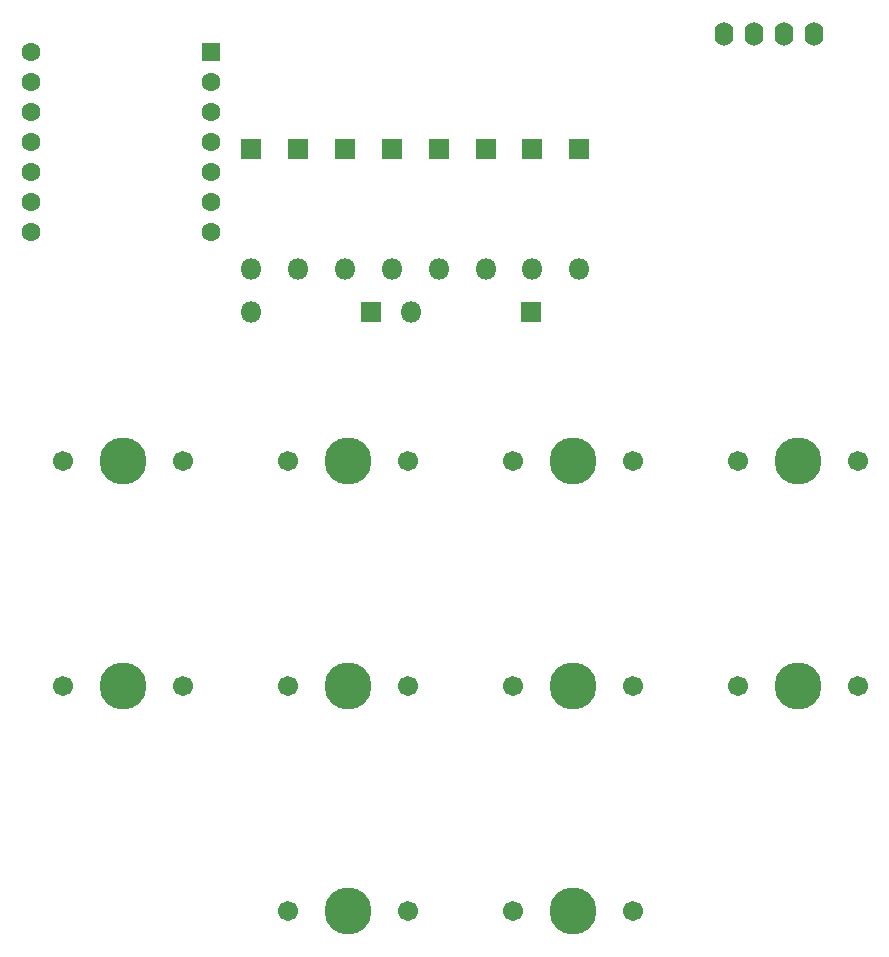
<source format=gbr>
%TF.GenerationSoftware,KiCad,Pcbnew,8.0.5-dirty*%
%TF.CreationDate,2024-10-03T21:51:06-04:00*%
%TF.ProjectId,cool-keyboard,636f6f6c-2d6b-4657-9962-6f6172642e6b,rev?*%
%TF.SameCoordinates,Original*%
%TF.FileFunction,Soldermask,Top*%
%TF.FilePolarity,Negative*%
%FSLAX46Y46*%
G04 Gerber Fmt 4.6, Leading zero omitted, Abs format (unit mm)*
G04 Created by KiCad (PCBNEW 8.0.5-dirty) date 2024-10-03 21:51:06*
%MOMM*%
%LPD*%
G01*
G04 APERTURE LIST*
%ADD10C,1.701800*%
%ADD11C,3.987800*%
%ADD12O,1.600000X2.000000*%
%ADD13R,1.800000X1.800000*%
%ADD14O,1.800000X1.800000*%
%ADD15R,1.600000X1.600000*%
%ADD16C,1.600000*%
G04 APERTURE END LIST*
D10*
%TO.C,SW7*%
X150844300Y-108807200D03*
D11*
X155924300Y-108807200D03*
D10*
X161004300Y-108807200D03*
%TD*%
%TO.C,SW3*%
X150844300Y-89757200D03*
D11*
X155924300Y-89757200D03*
D10*
X161004300Y-89757200D03*
%TD*%
D12*
%TO.C,Brd1*%
X168673000Y-53662000D03*
X171213000Y-53662000D03*
X173753000Y-53662000D03*
X176293000Y-53662000D03*
%TD*%
D10*
%TO.C,SW6*%
X131794300Y-108807200D03*
D11*
X136874300Y-108807200D03*
D10*
X141954300Y-108807200D03*
%TD*%
%TO.C,SW4*%
X169894300Y-89757200D03*
D11*
X174974300Y-89757200D03*
D10*
X180054300Y-89757200D03*
%TD*%
%TO.C,SW5*%
X112744300Y-108807200D03*
D11*
X117824300Y-108807200D03*
D10*
X122904300Y-108807200D03*
%TD*%
%TO.C,SW10*%
X150844300Y-127857200D03*
D11*
X155924300Y-127857200D03*
D10*
X161004300Y-127857200D03*
%TD*%
%TO.C,SW9*%
X131794300Y-127857200D03*
D11*
X136874300Y-127857200D03*
D10*
X141954300Y-127857200D03*
%TD*%
%TO.C,SW1*%
X112744300Y-89757200D03*
D11*
X117824300Y-89757200D03*
D10*
X122904300Y-89757200D03*
%TD*%
%TO.C,SW2*%
X131794300Y-89757200D03*
D11*
X136874300Y-89757200D03*
D10*
X141954300Y-89757200D03*
%TD*%
%TO.C,SW8*%
X169894300Y-108807200D03*
D11*
X174974300Y-108807200D03*
D10*
X180054300Y-108807200D03*
%TD*%
D13*
%TO.C,D9*%
X152304700Y-77184200D03*
D14*
X142144700Y-77184200D03*
%TD*%
D13*
%TO.C,D6*%
X136588500Y-63373000D03*
D14*
X136588500Y-73533000D03*
%TD*%
D13*
%TO.C,D10*%
X138811000Y-77184200D03*
D14*
X128651000Y-77184200D03*
%TD*%
D13*
%TO.C,D3*%
X148494700Y-63373000D03*
D14*
X148494700Y-73533000D03*
%TD*%
D13*
%TO.C,D4*%
X144526000Y-63373000D03*
D14*
X144526000Y-73533000D03*
%TD*%
D13*
%TO.C,D1*%
X156432200Y-63373000D03*
D14*
X156432200Y-73533000D03*
%TD*%
D13*
%TO.C,D2*%
X152463500Y-63373000D03*
D14*
X152463500Y-73533000D03*
%TD*%
D13*
%TO.C,D7*%
X132619700Y-63373000D03*
D14*
X132619700Y-73533000D03*
%TD*%
D15*
%TO.C,U2*%
X125222000Y-55183000D03*
D16*
X125222000Y-57723000D03*
X125222000Y-60263000D03*
X125222000Y-62803000D03*
X125222000Y-65343000D03*
X125222000Y-67883000D03*
X125222000Y-70423000D03*
X109982000Y-70423000D03*
X109982000Y-67883000D03*
X109982000Y-65343000D03*
X109982000Y-62803000D03*
X109982000Y-60263000D03*
X109982000Y-57723000D03*
X109982000Y-55183000D03*
%TD*%
D13*
%TO.C,D5*%
X140557200Y-63373000D03*
D14*
X140557200Y-73533000D03*
%TD*%
D13*
%TO.C,D8*%
X128651000Y-63373000D03*
D14*
X128651000Y-73533000D03*
%TD*%
M02*

</source>
